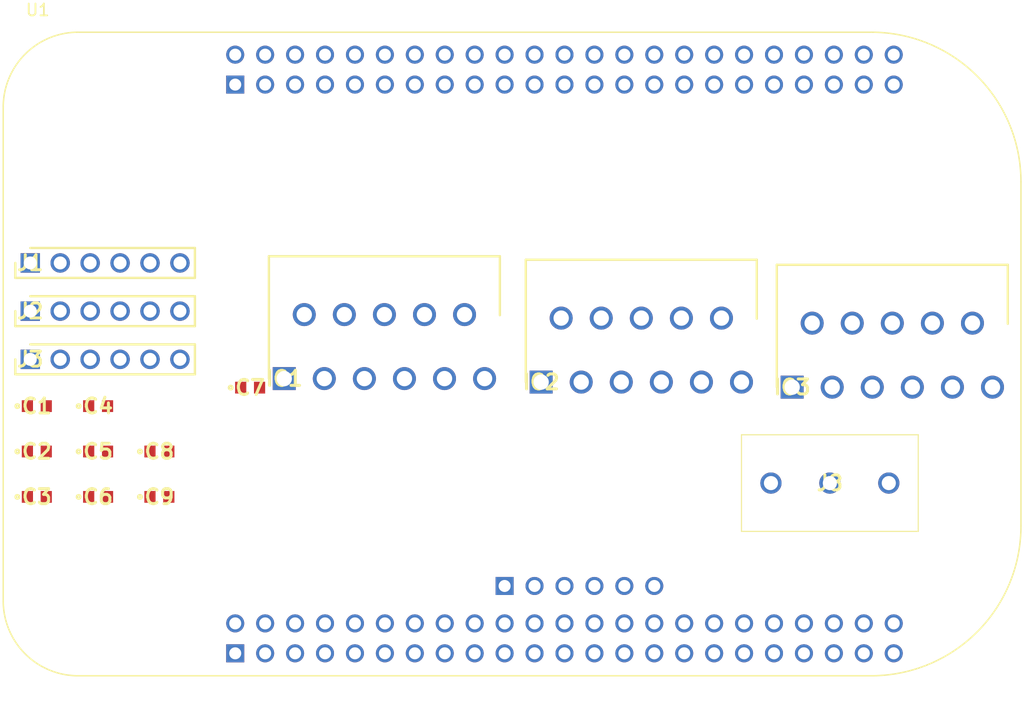
<source format=kicad_pcb>
(kicad_pcb (version 20240108) (generator "pcbnew") (generator_version "8.0")
  (layers (0 "F.Cu" signal) (31 "B.Cu" signal) (34 "B.Paste" user) (35 "F.Paste" user) (36 "B.SilkS" user "B.Silkscreen") (37 "F.SilkS" user "F.Silkscreen") (38 "B.Mask" user) (39 "F.Mask" user) (44 "Edge.Cuts" user))
  (net 0 "")
  (net 1 "Net-(IC1-BOOT2)")
  (net 2 "OUT2_A")
  (net 3 "Net-(IC1-BOOT1)")
  (net 4 "OUT1_A")
  (net 5 "GND")
  (net 6 "Net-(IC1-VREF)")
  (net 7 "Net-(IC2-BOOT1)")
  (net 8 "OUT1_B")
  (net 9 "Net-(IC2-BOOT2)")
  (net 10 "OUT2_B")
  (net 11 "Net-(IC2-VREF)")
  (net 12 "OUT1_C")
  (net 13 "Net-(IC3-BOOT1)")
  (net 14 "Net-(IC3-BOOT2)")
  (net 15 "OUT2_C")
  (net 16 "Net-(IC3-VREF)")
  (net 17 "VCC")
  (net 18 "EN_A")
  (net 19 "IN1_A")
  (net 20 "IN2_A")
  (net 21 "IN1_B")
  (net 22 "IN2_B")
  (net 23 "EN_B")
  (net 24 "IN2_C")
  (net 25 "IN1_C")
  (net 26 "EN_C")
  (net 27 "COD2_A")
  (net 28 "COD1_A")
  (net 29 "+5V")
  (net 30 "COD2_B")
  (net 31 "COD1_B")
  (net 32 "COD2_C")
  (net 33 "COD1_C")
  (footprint "15nF:C0603" (layer "F.Cu") (at 116.405 92.67)
    (property "Reference" "C6" (at 0 0 0) (layer "F.SilkS") (effects (font (size 1.27 1.27) (thickness 0.254))))
    (property "Value" "220nF" (hide yes))
    (fp_circle (center -1.65 0) (end -1.65 0.05) (stroke (width 0.2)) (fill none) (layer "F.SilkS"))
    (pad "1" smd rect (at -0.8 0) (size 0.95 1) (layers "F.Cu" "F.Paste" "F.Mask") (net 11 "Net-(IC2-VREF)"))
    (pad "2" smd rect (at 0.8 0) (size 0.95 1) (layers "F.Cu" "F.Paste" "F.Mask") (net 5 "GND"))
  )
  (footprint "6header:HDRV6W64P0X254_1X6_1524X254X838P" (layer "F.Cu") (at 110.65 72.82)
    (property "Reference" "J1" (at 0 0 0) (layer "F.SilkS") (effects (font (size 1.27 1.27) (thickness 0.254))))
    (property "Value" "HTSW-106-07-G-S" (hide yes))
    (fp_line (start -1.27 0) (end -1.27 1.27) (stroke (width 0.2)) (layer "F.SilkS"))
    (fp_line (start -1.27 1.27) (end 13.97 1.27) (stroke (width 0.2)) (layer "F.SilkS"))
    (fp_line (start 13.97 -1.27) (end 0 -1.27) (stroke (width 0.2)) (layer "F.SilkS"))
    (fp_line (start 13.97 1.27) (end 13.97 -1.27) (stroke (width 0.2)) (layer "F.SilkS"))
    (pad "1" thru_hole rect (at 0 0) (size 1.65 1.65) (drill 1.1) (layers "*.Cu" "*.Mask") (net 4 "OUT1_A"))
    (pad "2" thru_hole circle (at 2.54 0) (size 1.65 1.65) (drill 1.1) (layers "*.Cu" "*.Mask") (net 2 "OUT2_A"))
    (pad "3" thru_hole circle (at 5.08 0) (size 1.65 1.65) (drill 1.1) (layers "*.Cu" "*.Mask") (net 5 "GND"))
    (pad "4" thru_hole circle (at 7.62 0) (size 1.65 1.65) (drill 1.1) (layers "*.Cu" "*.Mask") (net 29 "+5V"))
    (pad "5" thru_hole circle (at 10.16 0) (size 1.65 1.65) (drill 1.1) (layers "*.Cu" "*.Mask") (net 28 "COD1_A"))
    (pad "6" thru_hole circle (at 12.7 0) (size 1.65 1.65) (drill 1.1) (layers "*.Cu" "*.Mask") (net 27 "COD2_A"))
  )
  (footprint "6header:HDRV6W64P0X254_1X6_1524X254X838P" (layer "F.Cu") (at 110.65 76.91)
    (property "Reference" "J2" (at 0 0 0) (layer "F.SilkS") (effects (font (size 1.27 1.27) (thickness 0.254))))
    (property "Value" "HTSW-106-07-G-S" (hide yes))
    (fp_line (start -1.27 0) (end -1.27 1.27) (stroke (width 0.2)) (layer "F.SilkS"))
    (fp_line (start -1.27 1.27) (end 13.97 1.27) (stroke (width 0.2)) (layer "F.SilkS"))
    (fp_line (start 13.97 -1.27) (end 0 -1.27) (stroke (width 0.2)) (layer "F.SilkS"))
    (fp_line (start 13.97 1.27) (end 13.97 -1.27) (stroke (width 0.2)) (layer "F.SilkS"))
    (pad "1" thru_hole rect (at 0 0) (size 1.65 1.65) (drill 1.1) (layers "*.Cu" "*.Mask") (net 8 "OUT1_B"))
    (pad "2" thru_hole circle (at 2.54 0) (size 1.65 1.65) (drill 1.1) (layers "*.Cu" "*.Mask") (net 10 "OUT2_B"))
    (pad "3" thru_hole circle (at 5.08 0) (size 1.65 1.65) (drill 1.1) (layers "*.Cu" "*.Mask") (net 5 "GND"))
    (pad "4" thru_hole circle (at 7.62 0) (size 1.65 1.65) (drill 1.1) (layers "*.Cu" "*.Mask") (net 29 "+5V"))
    (pad "5" thru_hole circle (at 10.16 0) (size 1.65 1.65) (drill 1.1) (layers "*.Cu" "*.Mask") (net 31 "COD1_B"))
    (pad "6" thru_hole circle (at 12.7 0) (size 1.65 1.65) (drill 1.1) (layers "*.Cu" "*.Mask") (net 30 "COD2_B"))
  )
  (footprint "L6203:TO170P500X1960X2210-11P" (layer "F.Cu") (at 132.2 82.6325)
    (property "Reference" "IC1" (at 0 0 0) (layer "F.SilkS") (effects (font (size 1.27 1.27) (thickness 0.254))))
    (property "Value" "L6203" (hide yes))
    (fp_line (start -1.3 -10.38) (end -1.3 0) (stroke (width 0.2)) (layer "F.SilkS"))
    (fp_line (start 18.3 -10.38) (end -1.3 -10.38) (stroke (width 0.2)) (layer "F.SilkS"))
    (fp_line (start 18.3 -5.38) (end 18.3 -10.38) (stroke (width 0.2)) (layer "F.SilkS"))
    (pad "1" thru_hole rect (at 0 0) (size 1.95 1.95) (drill 1.3) (layers "*.Cu" "*.Mask") (net 2 "OUT2_A"))
    (pad "2" thru_hole circle (at 1.7 -5.43) (size 1.95 1.95) (drill 1.3) (layers "*.Cu" "*.Mask") (net 17 "VCC"))
    (pad "3" thru_hole circle (at 3.4 0) (size 1.95 1.95) (drill 1.3) (layers "*.Cu" "*.Mask") (net 4 "OUT1_A"))
    (pad "4" thru_hole circle (at 5.1 -5.43) (size 1.95 1.95) (drill 1.3) (layers "*.Cu" "*.Mask") (net 3 "Net-(IC1-BOOT1)"))
    (pad "5" thru_hole circle (at 6.8 0) (size 1.95 1.95) (drill 1.3) (layers "*.Cu" "*.Mask") (net 19 "IN1_A"))
    (pad "6" thru_hole circle (at 8.5 -5.43) (size 1.95 1.95) (drill 1.3) (layers "*.Cu" "*.Mask") (net 5 "GND"))
    (pad "7" thru_hole circle (at 10.2 0) (size 1.95 1.95) (drill 1.3) (layers "*.Cu" "*.Mask") (net 20 "IN2_A"))
    (pad "8" thru_hole circle (at 11.9 -5.43) (size 1.95 1.95) (drill 1.3) (layers "*.Cu" "*.Mask") (net 1 "Net-(IC1-BOOT2)"))
    (pad "9" thru_hole circle (at 13.6 0) (size 1.95 1.95) (drill 1.3) (layers "*.Cu" "*.Mask") (net 6 "Net-(IC1-VREF)"))
    (pad "10" thru_hole circle (at 15.3 -5.43) (size 1.95 1.95) (drill 1.3) (layers "*.Cu" "*.Mask") (net 5 "GND"))
    (pad "11" thru_hole circle (at 17 0) (size 1.95 1.95) (drill 1.3) (layers "*.Cu" "*.Mask") (net 18 "EN_A"))
  )
  (footprint "15nF:C0603" (layer "F.Cu") (at 129.305 83.4)
    (property "Reference" "C7" (at 0 0 0) (layer "F.SilkS") (effects (font (size 1.27 1.27) (thickness 0.254))))
    (property "Value" "15nF" (hide yes))
    (fp_circle (center -1.65 0) (end -1.65 0.05) (stroke (width 0.2)) (fill none) (layer "F.SilkS"))
    (pad "1" smd rect (at -0.8 0) (size 0.95 1) (layers "F.Cu" "F.Paste" "F.Mask") (net 12 "OUT1_C"))
    (pad "2" smd rect (at 0.8 0) (size 0.95 1) (layers "F.Cu" "F.Paste" "F.Mask") (net 13 "Net-(IC3-BOOT1)"))
  )
  (footprint "3terminal:2828363" (layer "F.Cu") (at 173.5 91.5)
    (property "Reference" "J8" (at 5 0 0) (layer "F.SilkS") (effects (font (size 1.27 1.27) (thickness 0.254))))
    (property "Value" "282836-3" (hide yes))
    (fp_line (start -2.5 -4.1) (end -2.5 4.1) (stroke (width 0.1)) (layer "F.SilkS"))
    (fp_line (start -2.5 4.1) (end 12.5 4.1) (stroke (width 0.1)) (layer "F.SilkS"))
    (fp_line (start 12.5 -4.1) (end -2.5 -4.1) (stroke (width 0.1)) (layer "F.SilkS"))
    (fp_line (start 12.5 4.1) (end 12.5 -4.1) (stroke (width 0.1)) (layer "F.SilkS"))
    (pad "1" thru_hole circle (at 0 0) (size 1.8 1.8) (drill 1.2) (layers "*.Cu" "*.Mask") (net 17 "VCC"))
    (pad "2" thru_hole circle (at 5 0) (size 1.8 1.8) (drill 1.2) (layers "*.Cu" "*.Mask") (net 5 "GND"))
    (pad "3" thru_hole circle (at 10 0) (size 1.8 1.8) (drill 1.2) (layers "*.Cu" "*.Mask") (net 29 "+5V"))
  )
  (footprint "15nF:C0603" (layer "F.Cu") (at 111.205 88.82)
    (property "Reference" "C2" (at 0 0 0) (layer "F.SilkS") (effects (font (size 1.27 1.27) (thickness 0.254))))
    (property "Value" "15nF" (hide yes))
    (fp_circle (center -1.65 0) (end -1.65 0.05) (stroke (width 0.2)) (fill none) (layer "F.SilkS"))
    (pad "1" smd rect (at -0.8 0) (size 0.95 1) (layers "F.Cu" "F.Paste" "F.Mask") (net 4 "OUT1_A"))
    (pad "2" smd rect (at 0.8 0) (size 0.95 1) (layers "F.Cu" "F.Paste" "F.Mask") (net 3 "Net-(IC1-BOOT1)"))
  )
  (footprint "15nF:C0603" (layer "F.Cu") (at 111.205 92.67)
    (property "Reference" "C3" (at 0 0 0) (layer "F.SilkS") (effects (font (size 1.27 1.27) (thickness 0.254))))
    (property "Value" "220nF" (hide yes))
    (fp_circle (center -1.65 0) (end -1.65 0.05) (stroke (width 0.2)) (fill none) (layer "F.SilkS"))
    (pad "1" smd rect (at -0.8 0) (size 0.95 1) (layers "F.Cu" "F.Paste" "F.Mask") (net 6 "Net-(IC1-VREF)"))
    (pad "2" smd rect (at 0.8 0) (size 0.95 1) (layers "F.Cu" "F.Paste" "F.Mask") (net 5 "GND"))
  )
  (footprint "15nF:C0603" (layer "F.Cu") (at 116.405 88.82)
    (property "Reference" "C5" (at 0 0 0) (layer "F.SilkS") (effects (font (size 1.27 1.27) (thickness 0.254))))
    (property "Value" "15nF" (hide yes))
    (fp_circle (center -1.65 0) (end -1.65 0.05) (stroke (width 0.2)) (fill none) (layer "F.SilkS"))
    (pad "1" smd rect (at -0.8 0) (size 0.95 1) (layers "F.Cu" "F.Paste" "F.Mask") (net 9 "Net-(IC2-BOOT2)"))
    (pad "2" smd rect (at 0.8 0) (size 0.95 1) (layers "F.Cu" "F.Paste" "F.Mask") (net 10 "OUT2_B"))
  )
  (footprint "L6203:TO170P500X1960X2210-11P" (layer "F.Cu") (at 175.3 83.36)
    (property "Reference" "IC3" (at 0 0 0) (layer "F.SilkS") (effects (font (size 1.27 1.27) (thickness 0.254))))
    (property "Value" "L6203" (hide yes))
    (fp_line (start -1.3 -10.38) (end -1.3 0) (stroke (width 0.2)) (layer "F.SilkS"))
    (fp_line (start 18.3 -10.38) (end -1.3 -10.38) (stroke (width 0.2)) (layer "F.SilkS"))
    (fp_line (start 18.3 -5.38) (end 18.3 -10.38) (stroke (width 0.2)) (layer "F.SilkS"))
    (pad "1" thru_hole rect (at 0 0) (size 1.95 1.95) (drill 1.3) (layers "*.Cu" "*.Mask") (net 15 "OUT2_C"))
    (pad "2" thru_hole circle (at 1.7 -5.43) (size 1.95 1.95) (drill 1.3) (layers "*.Cu" "*.Mask") (net 17 "VCC"))
    (pad "3" thru_hole circle (at 3.4 0) (size 1.95 1.95) (drill 1.3) (layers "*.Cu" "*.Mask") (net 12 "OUT1_C"))
    (pad "4" thru_hole circle (at 5.1 -5.43) (size 1.95 1.95) (drill 1.3) (layers "*.Cu" "*.Mask") (net 13 "Net-(IC3-BOOT1)"))
    (pad "5" thru_hole circle (at 6.8 0) (size 1.95 1.95) (drill 1.3) (layers "*.Cu" "*.Mask") (net 25 "IN1_C"))
    (pad "6" thru_hole circle (at 8.5 -5.43) (size 1.95 1.95) (drill 1.3) (layers "*.Cu" "*.Mask") (net 5 "GND"))
    (pad "7" thru_hole circle (at 10.2 0) (size 1.95 1.95) (drill 1.3) (layers "*.Cu" "*.Mask") (net 24 "IN2_C"))
    (pad "8" thru_hole circle (at 11.9 -5.43) (size 1.95 1.95) (drill 1.3) (layers "*.Cu" "*.Mask") (net 14 "Net-(IC3-BOOT2)"))
    (pad "9" thru_hole circle (at 13.6 0) (size 1.95 1.95) (drill 1.3) (layers "*.Cu" "*.Mask") (net 16 "Net-(IC3-VREF)"))
    (pad "10" thru_hole circle (at 15.3 -5.43) (size 1.95 1.95) (drill 1.3) (layers "*.Cu" "*.Mask") (net 5 "GND"))
    (pad "11" thru_hole circle (at 17 0) (size 1.95 1.95) (drill 1.3) (layers "*.Cu" "*.Mask") (net 26 "EN_C"))
  )
  (footprint "L6203:TO170P500X1960X2210-11P" (layer "F.Cu") (at 154 82.93)
    (property "Reference" "IC2" (at 0 0 0) (layer "F.SilkS") (effects (font (size 1.27 1.27) (thickness 0.254))))
    (property "Value" "L6203" (hide yes))
    (fp_line (start -1.3 -10.38) (end -1.3 0) (stroke (width 0.2)) (layer "F.SilkS"))
    (fp_line (start 18.3 -10.38) (end -1.3 -10.38) (stroke (width 0.2)) (layer "F.SilkS"))
    (fp_line (start 18.3 -5.38) (end 18.3 -10.38) (stroke (width 0.2)) (layer "F.SilkS"))
    (pad "1" thru_hole rect (at 0 0) (size 1.95 1.95) (drill 1.3) (layers "*.Cu" "*.Mask") (net 10 "OUT2_B"))
    (pad "2" thru_hole circle (at 1.7 -5.43) (size 1.95 1.95) (drill 1.3) (layers "*.Cu" "*.Mask") (net 17 "VCC"))
    (pad "3" thru_hole circle (at 3.4 0) (size 1.95 1.95) (drill 1.3) (layers "*.Cu" "*.Mask") (net 8 "OUT1_B"))
    (pad "4" thru_hole circle (at 5.1 -5.43) (size 1.95 1.95) (drill 1.3) (layers "*.Cu" "*.Mask") (net 7 "Net-(IC2-BOOT1)"))
    (pad "5" thru_hole circle (at 6.8 0) (size 1.95 1.95) (drill 1.3) (layers "*.Cu" "*.Mask") (net 21 "IN1_B"))
    (pad "6" thru_hole circle (at 8.5 -5.43) (size 1.95 1.95) (drill 1.3) (layers "*.Cu" "*.Mask") (net 5 "GND"))
    (pad "7" thru_hole circle (at 10.2 0) (size 1.95 1.95) (drill 1.3) (layers "*.Cu" "*.Mask") (net 22 "IN2_B"))
    (pad "8" thru_hole circle (at 11.9 -5.43) (size 1.95 1.95) (drill 1.3) (layers "*.Cu" "*.Mask") (net 9 "Net-(IC2-BOOT2)"))
    (pad "9" thru_hole circle (at 13.6 0) (size 1.95 1.95) (drill 1.3) (layers "*.Cu" "*.Mask") (net 11 "Net-(IC2-VREF)"))
    (pad "10" thru_hole circle (at 15.3 -5.43) (size 1.95 1.95) (drill 1.3) (layers "*.Cu" "*.Mask") (net 5 "GND"))
    (pad "11" thru_hole circle (at 17 0) (size 1.95 1.95) (drill 1.3) (layers "*.Cu" "*.Mask") (net 23 "EN_B"))
  )
  (footprint "15nF:C0603" (layer "F.Cu") (at 121.605 92.67)
    (property "Reference" "C9" (at 0 0 0) (layer "F.SilkS") (effects (font (size 1.27 1.27) (thickness 0.254))))
    (property "Value" "220nF" (hide yes))
    (fp_circle (center -1.65 0) (end -1.65 0.05) (stroke (width 0.2)) (fill none) (layer "F.SilkS"))
    (pad "1" smd rect (at -0.8 0) (size 0.95 1) (layers "F.Cu" "F.Paste" "F.Mask") (net 16 "Net-(IC3-VREF)"))
    (pad "2" smd rect (at 0.8 0) (size 0.95 1) (layers "F.Cu" "F.Paste" "F.Mask") (net 5 "GND"))
  )
  (footprint "15nF:C0603" (layer "F.Cu") (at 111.205 84.97)
    (property "Reference" "C1" (at 0 0 0) (layer "F.SilkS") (effects (font (size 1.27 1.27) (thickness 0.254))))
    (property "Value" "15nF" (hide yes))
    (fp_circle (center -1.65 0) (end -1.65 0.05) (stroke (width 0.2)) (fill none) (layer "F.SilkS"))
    (pad "1" smd rect (at -0.8 0) (size 0.95 1) (layers "F.Cu" "F.Paste" "F.Mask") (net 1 "Net-(IC1-BOOT2)"))
    (pad "2" smd rect (at 0.8 0) (size 0.95 1) (layers "F.Cu" "F.Paste" "F.Mask") (net 2 "OUT2_A"))
  )
  (footprint "BBB01-SC-505:MODULE_BBB01-SC-505" (layer "F.Cu") (at 151.535 80.545)
    (property "Reference" "U1" (at -40.255 -29.19 0) (layer "F.SilkS"))
    (property "Value" "BBB01-SC-505")
    (fp_line (start -43.18 -20.955) (end -43.18 20.955) (stroke (width 0.127)) (layer "F.SilkS"))
    (fp_line (start -36.83 27.305) (end 30.48 27.305) (stroke (width 0.127)) (layer "F.SilkS"))
    (fp_line (start 30.48 -27.305) (end -36.83 -27.305) (stroke (width 0.127)) (layer "F.SilkS"))
    (fp_line (start 43.18 -14.605) (end 43.18 14.605) (stroke (width 0.127)) (layer "F.SilkS"))
    (fp_arc (start -43.18 -20.955) (mid -41.320128 -25.445128) (end -36.83 -27.305) (stroke (width 0.127)) (layer "F.SilkS"))
    (fp_arc (start -36.83 27.305) (mid -41.320128 25.445128) (end -43.18 20.955) (stroke (width 0.127)) (layer "F.SilkS"))
    (fp_arc (start 30.48 -27.305) (mid 39.460256 -23.585256) (end 43.18 -14.605) (stroke (width 0.127)) (layer "F.SilkS"))
    (fp_arc (start 43.18 14.605) (mid 39.460256 23.585256) (end 30.48 27.305) (stroke (width 0.127)) (layer "F.SilkS"))
    (pad "" np_thru_hole circle (at -28.575 -24.13) (size 3.175 3.175) (drill 3.175) (layers "*.Cu" "*.Mask"))
    (pad "" np_thru_hole circle (at -28.575 24.13) (size 3.175 3.175) (drill 3.175) (layers "*.Cu" "*.Mask"))
    (pad "" np_thru_hole circle (at 37.465 -20.955) (size 3.175 3.175) (drill 3.175) (layers "*.Cu" "*.Mask"))
    (pad "" np_thru_hole circle (at 37.465 20.955) (size 3.175 3.175) (drill 3.175) (layers "*.Cu" "*.Mask"))
    (pad "J1_1" thru_hole rect (at -0.635 19.685) (size 1.53 1.53) (drill 1.02) (layers "*.Cu" "*.Mask"))
    (pad "J1_2" thru_hole circle (at 1.905 19.685) (size 1.53 1.53) (drill 1.02) (layers "*.Cu" "*.Mask"))
    (pad "J1_3" thru_hole circle (at 4.445 19.685) (size 1.53 1.53) (drill 1.02) (layers "*.Cu" "*.Mask"))
    (pad "J1_4" thru_hole circle (at 6.985 19.685) (size 1.53 1.53) (drill 1.02) (layers "*.Cu" "*.Mask"))
    (pad "J1_5" thru_hole circle (at 9.525 19.685) (size 1.53 1.53) (drill 1.02) (layers "*.Cu" "*.Mask"))
    (pad "J1_6" thru_hole circle (at 12.065 19.685) (size 1.53 1.53) (drill 1.02) (layers "*.Cu" "*.Mask"))
    (pad "P8_1" thru_hole rect (at -23.495 -22.86) (size 1.53 1.53) (drill 1.02) (layers "*.Cu" "*.Mask"))
    (pad "P8_2" thru_hole circle (at -23.495 -25.4) (size 1.53 1.53) (drill 1.02) (layers "*.Cu" "*.Mask"))
    (pad "P8_3" thru_hole circle (at -20.955 -22.86) (size 1.53 1.53) (drill 1.02) (layers "*.Cu" "*.Mask"))
    (pad "P8_4" thru_hole circle (at -20.955 -25.4) (size 1.53 1.53) (drill 1.02) (layers "*.Cu" "*.Mask"))
    (pad "P8_5" thru_hole circle (at -18.415 -22.86) (size 1.53 1.53) (drill 1.02) (layers "*.Cu" "*.Mask"))
    (pad "P8_6" thru_hole circle (at -18.415 -25.4) (size 1.53 1.53) (drill 1.02) (layers "*.Cu" "*.Mask"))
    (pad "P8_7" thru_hole circle (at -15.875 -22.86) (size 1.53 1.53) (drill 1.02) (layers "*.Cu" "*.Mask"))
    (pad "P8_8" thru_hole circle (at -15.875 -25.4) (size 1.53 1.53) (drill 1.02) (layers "*.Cu" "*.Mask"))
    (pad "P8_9" thru_hole circle (at -13.335 -22.86) (size 1.53 1.53) (drill 1.02) (layers "*.Cu" "*.Mask"))
    (pad "P8_10" thru_hole circle (at -13.335 -25.4) (size 1.53 1.53) (drill 1.02) (layers "*.Cu" "*.Mask"))
    (pad "P8_11" thru_hole circle (at -10.795 -22.86) (size 1.53 1.53) (drill 1.02) (layers "*.Cu" "*.Mask"))
    (pad "P8_12" thru_hole circle (at -10.795 -25.4) (size 1.53 1.53) (drill 1.02) (layers "*.Cu" "*.Mask"))
    (pad "P8_13" thru_hole circle (at -8.255 -22.86) (size 1.53 1.53) (drill 1.02) (layers "*.Cu" "*.Mask"))
    (pad "P8_14" thru_hole circle (at -8.255 -25.4) (size 1.53 1.53) (drill 1.02) (layers "*.Cu" "*.Mask"))
    (pad "P8_15" thru_hole circle (at -5.715 -22.86) (size 1.53 1.53) (drill 1.02) (layers "*.Cu" "*.Mask"))
    (pad "P8_16" thru_hole circle (at -5.715 -25.4) (size 1.53 1.53) (drill 1.02) (layers "*.Cu" "*.Mask"))
    (pad "P8_17" thru_hole circle (at -3.175 -22.86) (size 1.53 1.53) (drill 1.02) (layers "*.Cu" "*.Mask"))
    (pad "P8_18" thru_hole circle (at -3.175 -25.4) (size 1.53 1.53) (drill 1.02) (layers "*.Cu" "*.Mask"))
    (pad "P8_19" thru_hole circle (at -0.635 -22.86) (size 1.53 1.53) (drill 1.02) (layers "*.Cu" "*.Mask"))
    (pad "P8_20" thru_hole circle (at -0.635 -25.4) (size 1.53 1.53) (drill 1.02) (layers "*.Cu" "*.Mask"))
    (pad "P8_21" thru_hole circle (at 1.905 -22.86) (size 1.53 1.53) (drill 1.02) (layers "*.Cu" "*.Mask"))
    (pad "P8_22" thru_hole circle (at 1.905 -25.4) (size 1.53 1.53) (drill 1.02) (layers "*.Cu" "*.Mask"))
    (pad "P8_23" thru_hole circle (at 4.445 -22.86) (size 1.53 1.53) (drill 1.02) (layers "*.Cu" "*.Mask"))
    (pad "P8_24" thru_hole circle (at 4.445 -25.4) (size 1.53 1.53) (drill 1.02) (layers "*.Cu" "*.Mask"))
    (pad "P8_25" thru_hole circle (at 6.985 -22.86) (size 1.53 1.53) (drill 1.02) (layers "*.Cu" "*.Mask"))
    (pad "P8_26" thru_hole circle (at 6.985 -25.4) (size 1.53 1.53) (drill 1.02) (layers "*.Cu" "*.Mask"))
    (pad "P8_27" thru_hole circle (at 9.525 -22.86) (size 1.53 1.53) (drill 1.02) (layers "*.Cu" "*.Mask"))
    (pad "P8_28" thru_hole circle (at 9.525 -25.4) (size 1.53 1.53) (drill 1.02) (layers "*.Cu" "*.Mask"))
    (pad "P8_29" thru_hole circle (at 12.065 -22.86) (size 1.53 1.53) (drill 1.02) (layers "*.Cu" "*.Mask"))
    (pad "P8_30" thru_hole circle (at 12.065 -25.4) (size 1.53 1.53) (drill 1.02) (layers "*.Cu" "*.Mask"))
    (pad "P8_31" thru_hole circle (at 14.605 -22.86) (size 1.53 1.53) (drill 1.02) (layers "*.Cu" "*.Mask"))
    (pad "P8_32" thru_hole circle (at 14.605 -25.4) (size 1.53 1.53) (drill 1.02) (layers "*.Cu" "*.Mask"))
    (pad "P8_33" thru_hole circle (at 17.145 -22.86) (size 1.53 1.53) (drill 1.02) (layers "*.Cu" "*.Mask"))
    (pad "P8_34" thru_hole circle (at 17.145 -25.4) (size 1.53 1.53) (drill 1.02) (layers "*.Cu" "*.Mask"))
    (pad "P8_35" thru_hole circle (at 19.685 -22.86) (size 1.53 1.53) (drill 1.02) (layers "*.Cu" "*.Mask"))
    (pad "P8_36" thru_hole circle (at 19.685 -25.4) (size 1.53 1.53) (drill 1.02) (layers "*.Cu" "*.Mask"))
    (pad "P8_37" thru_hole circle (at 22.225 -22.86) (size 1.53 1.53) (drill 1.02) (layers "*.Cu" "*.Mask"))
    (pad "P8_38" thru_hole circle (at 22.225 -25.4) (size 1.53 1.53) (drill 1.02) (layers "*.Cu" "*.Mask"))
    (pad "P8_39" thru_hole circle (at 24.765 -22.86) (size 1.53 1.53) (drill 1.02) (layers "*.Cu" "*.Mask"))
    (pad "P8_40" thru_hole circle (at 24.765 -25.4) (size 1.53 1.53) (drill 1.02) (layers "*.Cu" "*.Mask"))
    (pad "P8_41" thru_hole circle (at 27.305 -22.86) (size 1.53 1.53) (drill 1.02) (layers "*.Cu" "*.Mask"))
    (pad "P8_42" thru_hole circle (at 27.305 -25.4) (size 1.53 1.53) (drill 1.02) (layers "*.Cu" "*.Mask"))
    (pad "P8_43" thru_hole circle (at 29.845 -22.86) (size 1.53 1.53) (drill 1.02) (layers "*.Cu" "*.Mask"))
    (pad "P8_44" thru_hole circle (at 29.845 -25.4) (size 1.53 1.53) (drill 1.02) (layers "*.Cu" "*.Mask"))
    (pad "P8_45" thru_hole circle (at 32.385 -22.86) (size 1.53 1.53) (drill 1.02) (layers "*.Cu" "*.Mask"))
    (pad "P8_46" thru_hole circle (at 32.385 -25.4) (size 1.53 1.53) (drill 1.02) (layers "*.Cu" "*.Mask"))
    (pad "P9_1" thru_hole rect (at -23.495 25.4) (size 1.53 1.53) (drill 1.02) (layers "*.Cu" "*.Mask"))
    (pad "P9_2" thru_hole circle (at -23.495 22.86) (size 1.53 1.53) (drill 1.02) (layers "*.Cu" "*.Mask"))
    (pad "P9_3" thru_hole circle (at -20.955 25.4) (size 1.53 1.53) (drill 1.02) (layers "*.Cu" "*.Mask"))
    (pad "P9_4" thru_hole circle (at -20.955 22.86) (size 1.53 1.53) (drill 1.02) (layers "*.Cu" "*.Mask"))
    (pad "P9_5" thru_hole circle (at -18.415 25.4) (size 1.53 1.53) (drill 1.02) (layers "*.Cu" "*.Mask"))
    (pad "P9_6" thru_hole circle (at -18.415 22.86) (size 1.53 1.53) (drill 1.02) (layers "*.Cu" "*.Mask"))
    (pad "P9_7" thru_hole circle (at -15.875 25.4) (size 1.53 1.53) (drill 1.02) (layers "*.Cu" "*.Mask"))
    (pad "P9_8" thru_hole circle (at -15.875 22.86) (size 1.53 1.53) (drill 1.02) (layers "*.Cu" "*.Mask"))
    (pad "P9_9" thru_hole circle (at -13.335 25.4) (size 1.53 1.53) (drill 1.02) (layers "*.Cu" "*.Mask"))
    (pad "P9_10" thru_hole circle (at -13.335 22.86) (size 1.53 1.53) (drill 1.02) (layers "*.Cu" "*.Mask"))
    (pad "P9_11" thru_hole circle (at -10.795 25.4) (size 1.53 1.53) (drill 1.02) (layers "*.Cu" "*.Mask"))
    (pad "P9_12" thru_hole circle (at -10.795 22.86) (size 1.53 1.53) (drill 1.02) (layers "*.Cu" "*.Mask"))
    (pad "P9_13" thru_hole circle (at -8.255 25.4) (size 1.53 1.53) (drill 1.02) (layers "*.Cu" "*.Mask"))
    (pad "P9_14" thru_hole circle (at -8.255 22.86) (size 1.53 1.53) (drill 1.02) (layers "*.Cu" "*.Mask"))
    (pad "P9_15" thru_hole circle (at -5.715 25.4) (size 1.53 1.53) (drill 1.02) (layers "*.Cu" "*.Mask"))
    (pad "P9_16" thru_hole circle (at -5.715 22.86) (size 1.53 1.53) (drill 1.02) (layers "*.Cu" "*.Mask"))
    (pad "P9_17" thru_hole circle (at -3.175 25.4) (size 1.53 1.53) (drill 1.02) (layers "*.Cu" "*.Mask"))
    (pad "P9_18" thru_hole circle (at -3.175 22.86) (size 1.53 1.53) (drill 1.02) (layers "*.Cu" "*.Mask"))
    (pad "P9_19" thru_hole circle (at -0.635 25.4) (size 1.53 1.53) (drill 1.02) (layers "*.Cu" "*.Mask"))
    (pad "P9_20" thru_hole circle (at -0.635 22.86) (size 1.53 1.53) (drill 1.02) (layers "*.Cu" "*.Mask"))
    (pad "P9_21" thru_hole circle (at 1.905 25.4) (size 1.53 1.53) (drill 1.02) (layers "*.Cu" "*.Mask"))
    (pad "P9_22" thru_hole circle (at 1.905 22.86) (size 1.53 1.53) (drill 1.02) (layers "*.Cu" "*.Mask"))
    (pad "P9_23" thru_hole circle (at 4.445 25.4) (size 1.53 1.53) (drill 1.02) (layers "*.Cu" "*.Mask"))
    (pad "P9_24" thru_hole circle (at 4.445 22.86) (size 1.53 1.53) (drill 1.02) (layers "*.Cu" "*.Mask"))
    (pad "P9_25" thru_hole circle (at 6.985 25.4) (size 1.53 1.53) (drill 1.02) (layers "*.Cu" "*.Mask"))
    (pad "P9_26" thru_hole circle (at 6.985 22.86) (size 1.53 1.53) (drill 1.02) (layers "*.Cu" "*.Mask"))
    (pad "P9_27" thru_hole circle (at 9.525 25.4) (size 1.53 1.53) (drill 1.02) (layers "*.Cu" "*.Mask"))
    (pad "P9_28" thru_hole circle (at 9.525 22.86) (size 1.53 1.53) (drill 1.02) (layers "*.Cu" "*.Mask"))
    (pad "P9_29" thru_hole circle (at 12.065 25.4) (size 1.53 1.53) (drill 1.02) (layers "*.Cu" "*.Mask"))
    (pad "P9_30" thru_hole circle (at 12.065 22.86) (size 1.53 1.53) (drill 1.02) (layers "*.Cu" "*.Mask"))
    (pad "P9_31" thru_hole circle (at 14.605 25.4) (size 1.53 1.53) (drill 1.02) (layers "*.Cu" "*.Mask"))
    (pad "P9_32" thru_hole circle (at 14.605 22.86) (size 1.53 1.53) (drill 1.02) (layers "*.Cu" "*.Mask"))
    (pad "P9_33" thru_hole circle (at 17.145 25.4) (size 1.53 1.53) (drill 1.02) (layers "*.Cu" "*.Mask"))
    (pad "P9_34" thru_hole circle (at 17.145 22.86) (size 1.53 1.53) (drill 1.02) (layers "*.Cu" "*.Mask"))
    (pad "P9_35" thru_hole circle (at 19.685 25.4) (size 1.53 1.53) (drill 1.02) (layers "*.Cu" "*.Mask"))
    (pad "P9_36" thru_hole circle (at 19.685 22.86) (size 1.53 1.53) (drill 1.02) (layers "*.Cu" "*.Mask"))
    (pad "P9_37" thru_hole circle (at 22.225 25.4) (size 1.53 1.53) (drill 1.02) (layers "*.Cu" "*.Mask"))
    (pad "P9_38" thru_hole circle (at 22.225 22.86) (size 1.53 1.53) (drill 1.02) (layers "*.Cu" "*.Mask"))
    (pad "P9_39" thru_hole circle (at 24.765 25.4) (size 1.53 1.53) (drill 1.02) (layers "*.Cu" "*.Mask"))
    (pad "P9_40" thru_hole circle (at 24.765 22.86) (size 1.53 1.53) (drill 1.02) (layers "*.Cu" "*.Mask"))
    (pad "P9_41" thru_hole circle (at 27.305 25.4) (size 1.53 1.53) (drill 1.02) (layers "*.Cu" "*.Mask"))
    (pad "P9_42" thru_hole circle (at 27.305 22.86) (size 1.53 1.53) (drill 1.02) (layers "*.Cu" "*.Mask"))
    (pad "P9_43" thru_hole circle (at 29.845 25.4) (size 1.53 1.53) (drill 1.02) (layers "*.Cu" "*.Mask"))
    (pad "P9_44" thru_hole circle (at 29.845 22.86) (size 1.53 1.53) (drill 1.02) (layers "*.Cu" "*.Mask"))
    (pad "P9_45" thru_hole circle (at 32.385 25.4) (size 1.53 1.53) (drill 1.02) (layers "*.Cu" "*.Mask"))
    (pad "P9_46" thru_hole circle (at 32.385 22.86) (size 1.53 1.53) (drill 1.02) (layers "*.Cu" "*.Mask"))
  )
  (footprint "6header:HDRV6W64P0X254_1X6_1524X254X838P" (layer "F.Cu") (at 110.65 81)
    (property "Reference" "J3" (at 0 0 0) (layer "F.SilkS") (effects (font (size 1.27 1.27) (thickness 0.254))))
    (property "Value" "HTSW-106-07-G-S" (hide yes))
    (fp_line (start -1.27 0) (end -1.27 1.27) (stroke (width 0.2)) (layer "F.SilkS"))
    (fp_line (start -1.27 1.27) (end 13.97 1.27) (stroke (width 0.2)) (layer "F.SilkS"))
    (fp_line (start 13.97 -1.27) (end 0 -1.27) (stroke (width 0.2)) (layer "F.SilkS"))
    (fp_line (start 13.97 1.27) (end 13.97 -1.27) (stroke (width 0.2)) (layer "F.SilkS"))
    (pad "1" thru_hole rect (at 0 0) (size 1.65 1.65) (drill 1.1) (layers "*.Cu" "*.Mask") (net 12 "OUT1_C"))
    (pad "2" thru_hole circle (at 2.54 0) (size 1.65 1.65) (drill 1.1) (layers "*.Cu" "*.Mask") (net 15 "OUT2_C"))
    (pad "3" thru_hole circle (at 5.08 0) (size 1.65 1.65) (drill 1.1) (layers "*.Cu" "*.Mask") (net 5 "GND"))
    (pad "4" thru_hole circle (at 7.62 0) (size 1.65 1.65) (drill 1.1) (layers "*.Cu" "*.Mask") (net 29 "+5V"))
    (pad "5" thru_hole circle (at 10.16 0) (size 1.65 1.65) (drill 1.1) (layers "*.Cu" "*.Mask") (net 33 "COD1_C"))
    (pad "6" thru_hole circle (at 12.7 0) (size 1.65 1.65) (drill 1.1) (layers "*.Cu" "*.Mask") (net 32 "COD2_C"))
  )
  (footprint "15nF:C0603" (layer "F.Cu") (at 121.605 88.82)
    (property "Reference" "C8" (at 0 0 0) (layer "F.SilkS") (effects (font (size 1.27 1.27) (thickness 0.254))))
    (property "Value" "15nF" (hide yes))
    (fp_circle (center -1.65 0) (end -1.65 0.05) (stroke (width 0.2)) (fill none) (layer "F.SilkS"))
    (pad "1" smd rect (at -0.8 0) (size 0.95 1) (layers "F.Cu" "F.Paste" "F.Mask") (net 14 "Net-(IC3-BOOT2)"))
    (pad "2" smd rect (at 0.8 0) (size 0.95 1) (layers "F.Cu" "F.Paste" "F.Mask") (net 15 "OUT2_C"))
  )
  (footprint "15nF:C0603" (layer "F.Cu") (at 116.405 84.97)
    (property "Reference" "C4" (at 0 0 0) (layer "F.SilkS") (effects (font (size 1.27 1.27) (thickness 0.254))))
    (property "Value" "15nF" (hide yes))
    (fp_circle (center -1.65 0) (end -1.65 0.05) (stroke (width 0.2)) (fill none) (layer "F.SilkS"))
    (pad "1" smd rect (at -0.8 0) (size 0.95 1) (layers "F.Cu" "F.Paste" "F.Mask") (net 8 "OUT1_B"))
    (pad "2" smd rect (at 0.8 0) (size 0.95 1) (layers "F.Cu" "F.Paste" "F.Mask") (net 7 "Net-(IC2-BOOT1)"))
  )
)
</source>
